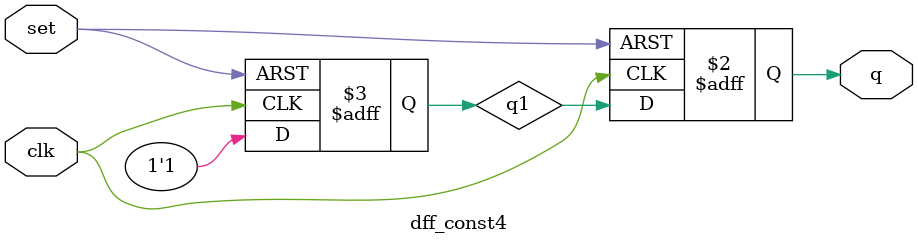
<source format=v>
module dff_const4(
	input 		clk, 
	input 		set, 
	output 	reg 	q
);

reg q1;

always @(posedge clk, posedge set)
begin
	if(set)
	begin
		q <= 1'b1;
		q1 <= 1'b1;
	end
	else
	begin
		q1 <= 1'b1;
		q <= q1;
	end
end

endmodule

</source>
